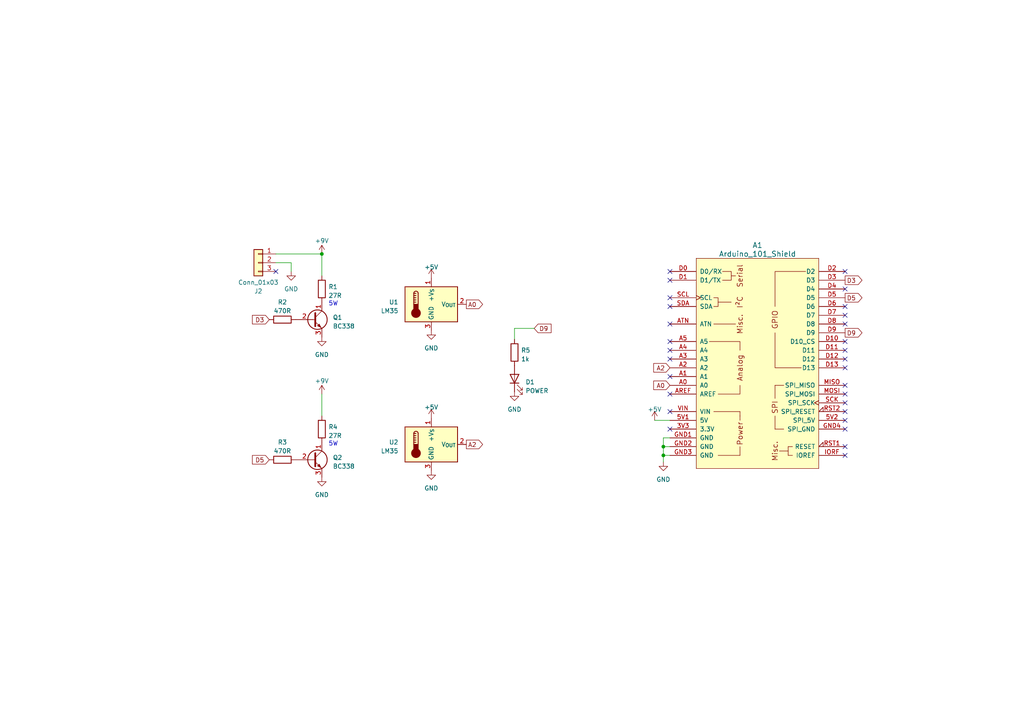
<source format=kicad_sch>
(kicad_sch (version 20230121) (generator eeschema)
  (paper "A4")
  (title_block (title "Temperature Control LAB - Alternative") (date "2023-09-11") (company "RTEK1000"))
  (lib_symbols
    (symbol "Arduino_Custom1:Arduino_101_Shield" (pin_names (offset 1.016))
      (property "Reference" "A" (at 0 36.83 0))
      (property "Value" "Arduino_101_Shield" (at 0 33.02 0))
      (symbol "Arduino_101_Shield_0_0"
        (rectangle (start -17.78 30.48) (end 17.78 -30.48) (fill (type background)))
        (rectangle (start -12.7 -13.97) (end -5.08 -13.97))
        (rectangle (start -11.43 -26.67) (end -5.08 -26.67))
        (polyline (pts (xy -11.43 17.78) (xy -7.62 17.78)))
        (polyline (pts (xy -7.62 25.4) (xy -6.35 25.4)))
        (polyline (pts (xy -6.35 11.43) (xy -12.7 11.43)))
        (polyline (pts (xy -5.08 -26.67) (xy -5.08 -24.13)))
        (polyline (pts (xy -5.08 -15.24) (xy -5.08 -16.51)))
        (polyline (pts (xy -5.08 -13.97) (xy -5.08 -15.24)))
        (polyline (pts (xy -5.08 -6.35) (xy -5.08 -8.89) (xy -11.43 -8.89)))
        (polyline (pts (xy -5.08 3.81) (xy -5.08 6.35) (xy -13.97 6.35)))
        (polyline (pts (xy 5.08 8.89) (xy 5.08 -1.27) (xy 12.7 -1.27)))
        (polyline (pts (xy 5.08 16.51) (xy 5.08 26.67) (xy 13.97 26.67)))
        (polyline (pts (xy -12.7 19.05) (xy -11.43 19.05) (xy -11.43 16.51) (xy -12.7 16.51)))
        (polyline (pts (xy -10.16 26.67) (xy -7.62 26.67) (xy -7.62 24.13) (xy -10.16 24.13)))
        (rectangle (start 5.08 -19.05) (end 5.08 -15.24))
        (rectangle (start 5.08 -19.05) (end 7.62 -19.05))
        (rectangle (start 5.08 -10.16) (end 5.08 -6.35))
        (rectangle (start 7.62 -6.35) (end 5.08 -6.35))
        (rectangle (start 8.89 -25.4) (end 6.35 -25.4))
        (rectangle (start 8.89 -24.13) (end 8.89 -26.67))
        (rectangle (start 10.16 -26.67) (end 8.89 -26.67))
        (rectangle (start 10.16 -24.13) (end 8.89 -24.13))
        (text "Analog" (at -5.08 -1.27 900) (effects (font (size 1.524 1.524))))
        (text "I²C" (at -5.08 17.78 900) (effects (font (size 1.524 1.524))))
        (text "Misc." (at -5.08 11.43 900) (effects (font (size 1.524 1.524))))
        (text "Misc." (at 5.08 -25.4 900) (effects (font (size 1.524 1.524))))
        (text "Power" (at -5.08 -20.32 900) (effects (font (size 1.524 1.524))))
        (text "Serial" (at -5.08 25.4 900) (effects (font (size 1.524 1.524))))
        (text "SPI" (at 5.08 -12.7 900) (effects (font (size 1.524 1.524))))
      )
      (symbol "Arduino_101_Shield_1_0"
        (text "GPIO" (at 5.08 12.7 900) (effects (font (size 1.524 1.524))))
      )
      (symbol "Arduino_101_Shield_1_1"
        (pin power_out line (at -25.4 -19.05 0) (length 7.62) (name "3.3V") (number "3V3"))
        (pin power_in line (at -25.4 -16.51 0) (length 7.62) (name "5V") (number "5V1"))
        (pin power_in line (at 25.4 -16.51 180) (length 7.62) (name "SPI_5V") (number "5V2"))
        (pin bidirectional line (at -25.4 -6.35 0) (length 7.62) (name "A0") (number "A0"))
        (pin bidirectional line (at -25.4 -3.81 0) (length 7.62) (name "A1") (number "A1"))
        (pin bidirectional line (at -25.4 -1.27 0) (length 7.62) (name "A2") (number "A2"))
        (pin bidirectional line (at -25.4 1.27 0) (length 7.62) (name "A3") (number "A3"))
        (pin bidirectional line (at -25.4 3.81 0) (length 7.62) (name "A4") (number "A4"))
        (pin bidirectional line (at -25.4 6.35 0) (length 7.62) (name "A5") (number "A5"))
        (pin input line (at -25.4 -8.89 0) (length 7.62) (name "AREF") (number "AREF"))
        (pin bidirectional line (at -25.4 11.43 0) (length 7.62) (name "ATN") (number "ATN"))
        (pin bidirectional line (at -25.4 26.67 0) (length 7.62) (name "D0/RX") (number "D0"))
        (pin bidirectional line (at -25.4 24.13 0) (length 7.62) (name "D1/TX") (number "D1"))
        (pin bidirectional line (at 25.4 6.35 180) (length 7.62) (name "D10_CS") (number "D10"))
        (pin bidirectional line (at 25.4 3.81 180) (length 7.62) (name "D11") (number "D11"))
        (pin bidirectional line (at 25.4 1.27 180) (length 7.62) (name "D12") (number "D12"))
        (pin bidirectional line (at 25.4 -1.27 180) (length 7.62) (name "D13") (number "D13"))
        (pin bidirectional line (at 25.4 26.67 180) (length 7.62) (name "D2") (number "D2"))
        (pin bidirectional line (at 25.4 24.13 180) (length 7.62) (name "D3") (number "D3"))
        (pin bidirectional line (at 25.4 21.59 180) (length 7.62) (name "D4") (number "D4"))
        (pin bidirectional line (at 25.4 19.05 180) (length 7.62) (name "D5") (number "D5"))
        (pin bidirectional line (at 25.4 16.51 180) (length 7.62) (name "D6") (number "D6"))
        (pin bidirectional line (at 25.4 13.97 180) (length 7.62) (name "D7") (number "D7"))
        (pin bidirectional line (at 25.4 11.43 180) (length 7.62) (name "D8") (number "D8"))
        (pin bidirectional line (at 25.4 8.89 180) (length 7.62) (name "D9") (number "D9"))
        (pin power_in line (at -25.4 -21.59 0) (length 7.62) (name "GND") (number "GND1"))
        (pin power_in line (at -25.4 -24.13 0) (length 7.62) (name "GND") (number "GND2"))
        (pin power_in line (at -25.4 -26.67 0) (length 7.62) (name "GND") (number "GND3"))
        (pin power_in line (at 25.4 -19.05 180) (length 7.62) (name "SPI_GND") (number "GND4"))
        (pin output line (at 25.4 -26.67 180) (length 7.62) (name "IOREF") (number "IORF"))
        (pin input line (at 25.4 -6.35 180) (length 7.62) (name "SPI_MISO") (number "MISO"))
        (pin output line (at 25.4 -8.89 180) (length 7.62) (name "SPI_MOSI") (number "MOSI"))
        (pin open_collector input_low (at 25.4 -24.13 180) (length 7.62) (name "RESET") (number "RST1"))
        (pin open_collector input_low (at 25.4 -13.97 180) (length 7.62) (name "SPI_RESET") (number "RST2"))
        (pin output clock (at 25.4 -11.43 180) (length 7.62) (name "SPI_SCK") (number "SCK"))
        (pin bidirectional clock (at -25.4 19.05 0) (length 7.62) (name "SCL") (number "SCL"))
        (pin bidirectional line (at -25.4 16.51 0) (length 7.62) (name "SDA") (number "SDA"))
        (pin power_in line (at -25.4 -13.97 0) (length 7.62) (name "VIN") (number "VIN"))
      )
    )
    (symbol "Connector_Generic:Conn_01x03" (pin_names (offset 1.016) hide)
      (property "Reference" "J" (at 0 5.08 0))
      (property "Value" "Conn_01x03" (at 0 -5.08 0))
      (symbol "Conn_01x03_1_1"
        (rectangle (start -1.27 -2.413) (end 0 -2.667) (stroke (width 0.1524)))
        (rectangle (start -1.27 0.127) (end 0 -0.127) (stroke (width 0.1524)))
        (rectangle (start -1.27 2.667) (end 0 2.413) (stroke (width 0.1524)))
        (rectangle (start -1.27 3.81) (end 1.27 -3.81) (stroke (width 0.254)) (fill (type background)))
        (pin passive line (at -5.08 2.54 0) (length 3.81) (name "Pin_1") (number "1"))
        (pin passive line (at -5.08 0 0) (length 3.81) (name "Pin_2") (number "2"))
        (pin passive line (at -5.08 -2.54 0) (length 3.81) (name "Pin_3") (number "3"))
      )
    )
    (symbol "Device:LED" (pin_numbers hide) (pin_names (offset 1.016) hide)
      (property "Reference" "D" (at 0 2.54 0))
      (property "Value" "LED" (at 0 -2.54 0))
      (symbol "LED_0_1"
        (polyline (pts (xy -1.27 -1.27) (xy -1.27 1.27)) (stroke (width 0.254)))
        (polyline (pts (xy -1.27 0) (xy 1.27 0)))
        (polyline (pts (xy 1.27 -1.27) (xy 1.27 1.27) (xy -1.27 0) (xy 1.27 -1.27)) (stroke (width 0.254)))
        (polyline (pts (xy -3.048 -0.762) (xy -4.572 -2.286) (xy -3.81 -2.286) (xy -4.572 -2.286) (xy -4.572 -1.524)))
        (polyline (pts (xy -1.778 -0.762) (xy -3.302 -2.286) (xy -2.54 -2.286) (xy -3.302 -2.286) (xy -3.302 -1.524)))
      )
      (symbol "LED_1_1"
        (pin passive line (at -3.81 0 0) (length 2.54) (name "K") (number "1"))
        (pin passive line (at 3.81 0 180) (length 2.54) (name "A") (number "2"))
      )
    )
    (symbol "Device:R" (pin_numbers hide) (pin_names (offset 0))
      (property "Reference" "R" (at 2.032 0 90))
      (property "Value" "R" (at 0 0 90))
      (symbol "R_0_1"
        (rectangle (start -1.016 -2.54) (end 1.016 2.54) (stroke (width 0.254)))
      )
      (symbol "R_1_1"
        (pin passive line (at 0 3.81 270) (length 1.27) (name "~") (number "1"))
        (pin passive line (at 0 -3.81 90) (length 1.27) (name "~") (number "2"))
      )
    )
    (symbol "Sensor_Temperature:LM35-LP"
      (property "Reference" "U" (at -6.35 6.35 0))
      (property "Value" "LM35-LP" (at 1.27 6.35 0))
      (symbol "LM35-LP_0_1"
        (rectangle (start -7.62 5.08) (end 7.62 -5.08) (stroke (width 0.254)) (fill (type background)))
        (circle (center -4.445 -2.54) (radius 1.27) (stroke (width 0.254)) (fill (type outline)))
        (rectangle (start -3.81 -1.905) (end -5.08 0) (stroke (width 0.254)) (fill (type outline)))
        (arc (start -3.81 3.175) (mid -4.445 3.8073) (end -5.08 3.175) (stroke (width 0.254)))
        (polyline (pts (xy -5.08 0.635) (xy -4.445 0.635)) (stroke (width 0.254)))
        (polyline (pts (xy -5.08 1.27) (xy -4.445 1.27)) (stroke (width 0.254)))
        (polyline (pts (xy -5.08 1.905) (xy -4.445 1.905)) (stroke (width 0.254)))
        (polyline (pts (xy -5.08 2.54) (xy -4.445 2.54)) (stroke (width 0.254)))
        (polyline (pts (xy -5.08 3.175) (xy -5.08 0)) (stroke (width 0.254)))
        (polyline (pts (xy -5.08 3.175) (xy -4.445 3.175)) (stroke (width 0.254)))
        (polyline (pts (xy -3.81 3.175) (xy -3.81 0)) (stroke (width 0.254)))
      )
      (symbol "LM35-LP_1_1"
        (pin power_in line (at 0 7.62 270) (length 2.54) (name "+V_{S}") (number "1"))
        (pin output line (at 10.16 0 180) (length 2.54) (name "V_{OUT}") (number "2"))
        (pin power_in line (at 0 -7.62 90) (length 2.54) (name "GND") (number "3"))
      )
    )
    (symbol "Transistor_BJT:BC338" (pin_names (offset 0) hide)
      (property "Reference" "Q" (at 5.08 1.905 0))
      (property "Value" "BC338" (at 5.08 0 0))
      (symbol "BC338_0_1"
        (polyline (pts (xy 0 0) (xy 0.635 0)))
        (polyline (pts (xy 0.635 0.635) (xy 2.54 2.54)))
        (polyline (pts (xy 0.635 -0.635) (xy 2.54 -2.54) (xy 2.54 -2.54)))
        (polyline (pts (xy 0.635 1.905) (xy 0.635 -1.905) (xy 0.635 -1.905)) (stroke (width 0.508)))
        (polyline (pts (xy 1.27 -1.778) (xy 1.778 -1.27) (xy 2.286 -2.286) (xy 1.27 -1.778) (xy 1.27 -1.778)) (fill (type outline)))
        (circle (center 1.27 0) (radius 2.8194) (stroke (width 0.254)))
      )
      (symbol "BC338_1_1"
        (pin passive line (at 2.54 5.08 270) (length 2.54) (name "C") (number "1"))
        (pin input line (at -5.08 0 0) (length 5.08) (name "B") (number "2"))
        (pin passive line (at 2.54 -5.08 90) (length 2.54) (name "E") (number "3"))
      )
    )
    (symbol "power:+5V" (power) (pin_names (offset 0))
      (property "Value" "+5V" (at 0 3.556 0))
      (symbol "+5V_0_1"
        (polyline (pts (xy -0.762 1.27) (xy 0 2.54)))
        (polyline (pts (xy 0 0) (xy 0 2.54)))
        (polyline (pts (xy 0 2.54) (xy 0.762 1.27)))
      )
      (symbol "+5V_1_1"
        (pin power_in line (at 0 0 90) (length 0) hide (name "+5V") (number "1"))
      )
    )
    (symbol "power:+9V" (power) (pin_names (offset 0))
      (property "Value" "+9V" (at 0 3.556 0))
      (symbol "+9V_0_1"
        (polyline (pts (xy -0.762 1.27) (xy 0 2.54)))
        (polyline (pts (xy 0 0) (xy 0 2.54)))
        (polyline (pts (xy 0 2.54) (xy 0.762 1.27)))
      )
      (symbol "+9V_1_1"
        (pin power_in line (at 0 0 90) (length 0) hide (name "+9V") (number "1"))
      )
    )
    (symbol "power:GND" (power) (pin_names (offset 0))
      (property "Value" "GND" (at 0 -3.81 0))
      (symbol "GND_0_1"
        (polyline (pts (xy 0 0) (xy 0 -1.27) (xy 1.27 -1.27) (xy 0 -2.54) (xy -1.27 -1.27) (xy 0 -1.27)))
      )
      (symbol "GND_1_1"
        (pin power_in line (at 0 0 270) (length 0) hide (name "GND") (number "1"))
      )
    )
  )
  (junction (at 93.345 73.66))
  (junction (at 192.405 129.54))
  (junction (at 192.405 132.08))
  (no_connect (at 245.11 129.54))
  (no_connect (at 245.11 111.76))
  (no_connect (at 245.11 99.06))
  (no_connect (at 245.11 93.98))
  (no_connect (at 194.31 88.9))
  (no_connect (at 194.31 81.28))
  (no_connect (at 194.31 124.46))
  (no_connect (at 194.31 104.14))
  (no_connect (at 245.11 132.08))
  (no_connect (at 245.11 114.3))
  (no_connect (at 194.31 99.06))
  (no_connect (at 194.31 93.98))
  (no_connect (at 245.11 91.44))
  (no_connect (at 245.11 106.68))
  (no_connect (at 194.31 109.22))
  (no_connect (at 245.11 116.84))
  (no_connect (at 245.11 119.38))
  (no_connect (at 245.11 88.9))
  (no_connect (at 80.01 78.74))
  (no_connect (at 245.11 104.14))
  (no_connect (at 194.31 101.6))
  (no_connect (at 245.11 78.74))
  (no_connect (at 194.31 114.3))
  (no_connect (at 194.31 119.38))
  (no_connect (at 245.11 124.46))
  (no_connect (at 194.31 78.74))
  (no_connect (at 245.11 101.6))
  (no_connect (at 245.11 121.92))
  (no_connect (at 245.11 83.82))
  (no_connect (at 194.31 86.36))
  (wire (pts (xy 192.405 132.08) (xy 194.31 132.08)))
  (wire (pts (xy 149.225 95.25) (xy 149.225 98.425)))
  (wire (pts (xy 192.405 133.985) (xy 192.405 132.08)))
  (wire (pts (xy 93.345 73.66) (xy 93.345 80.01)))
  (wire (pts (xy 192.405 132.08) (xy 192.405 129.54)))
  (wire (pts (xy 192.405 129.54) (xy 194.31 129.54)))
  (wire (pts (xy 80.01 73.66) (xy 93.345 73.66)))
  (wire (pts (xy 80.01 76.2) (xy 84.455 76.2)))
  (wire (pts (xy 189.865 121.92) (xy 194.31 121.92)))
  (wire (pts (xy 154.94 95.25) (xy 149.225 95.25)))
  (wire (pts (xy 93.345 114.3) (xy 93.345 120.65)))
  (wire (pts (xy 194.31 127) (xy 192.405 127)))
  (wire (pts (xy 192.405 127) (xy 192.405 129.54)))
  (wire (pts (xy 84.455 76.2) (xy 84.455 78.74)))
  (text "5W" (at 95.25 129.54 0) (effects (font (size 1.27 1.27)) (justify left bottom)))
  (text "5W" (at 95.25 88.9 0) (effects (font (size 1.27 1.27)) (justify left bottom)))
  (global_label "D3" (shape output) (at 245.11 81.28 0) (property "Intersheetrefs" "${INTERSHEET_REFS}" (effects hide)))
  (global_label "D9" (shape input) (at 154.94 95.25 0) (property "Intersheetrefs" "${INTERSHEET_REFS}" (effects hide)))
  (global_label "A2" (shape input) (at 194.31 106.68 180) (property "Intersheetrefs" "${INTERSHEET_REFS}" (effects hide)))
  (global_label "D3" (shape input) (at 78.105 92.71 180) (property "Intersheetrefs" "${INTERSHEET_REFS}" (effects hide)))
  (global_label "A0" (shape input) (at 194.31 111.76 180) (property "Intersheetrefs" "${INTERSHEET_REFS}" (effects hide)))
  (global_label "D9" (shape output) (at 245.11 96.52 0) (property "Intersheetrefs" "${INTERSHEET_REFS}" (effects hide)))
  (global_label "D5" (shape input) (at 78.105 133.35 180) (property "Intersheetrefs" "${INTERSHEET_REFS}" (effects hide)))
  (global_label "A2" (shape output) (at 135.255 128.905 0) (property "Intersheetrefs" "${INTERSHEET_REFS}" (effects hide)))
  (global_label "A0" (shape output) (at 135.255 88.265 0) (property "Intersheetrefs" "${INTERSHEET_REFS}" (effects hide)))
  (global_label "D5" (shape output) (at 245.11 86.36 0) (property "Intersheetrefs" "${INTERSHEET_REFS}" (effects hide)))
  (symbol (lib_id "power:GND") (at 84.455 78.74 0) (unit 1)
    (property "Reference" "#PWR04" (effects hide))
    (property "Value" "GND" (at 84.455 83.82 0))
  )
  (symbol (lib_id "Connector_Generic:Conn_01x03") (at 74.93 76.2 0) (mirror y) (unit 1)
    (property "Reference" "J2" (at 74.93 84.455 0))
    (property "Value" "Conn_01x03" (at 74.93 81.915 0))
    (property "Footprint" "Connector_BarrelJack:BarrelJack_Kycon_KLDX-0202-xC_Horizontal" (effects hide))
  )
  (symbol (lib_id "power:+9V") (at 93.345 114.3 0) (unit 1)
    (property "Reference" "#PWR010" (effects hide))
    (property "Value" "+9V" (at 93.345 110.49 0))
  )
  (symbol (lib_id "power:GND") (at 149.225 113.665 0) (unit 1)
    (property "Reference" "#PWR05" (effects hide))
    (property "Value" "GND" (at 149.225 118.745 0))
  )
  (symbol (lib_id "Transistor_BJT:BC338") (at 90.805 92.71 0) (unit 1)
    (property "Reference" "Q1" (at 96.52 92.075 0) (effects (justify left)))
    (property "Value" "BC338" (at 96.52 94.615 0) (effects (justify left)))
    (property "Footprint" "Package_TO_SOT_THT:TO-92_Inline" (effects hide))
    (property "Datasheet" "http://diotec.com/tl_files/diotec/files/pdf/datasheets/bc337" (effects hide))
  )
  (symbol (lib_id "Sensor_Temperature:LM35-LP") (at 125.095 88.265 0) (unit 1)
    (property "Reference" "U1" (at 115.57 87.63 0) (effects (justify right)))
    (property "Value" "LM35" (at 115.57 90.17 0) (effects (justify right)))
    (property "Footprint" "Package_TO_SOT_THT:TO-92_Inline" (effects hide))
    (property "Datasheet" "http://www.ti.com/lit/ds/symlink/lm35.pdf" (effects hide))
  )
  (symbol (lib_id "power:GND") (at 125.095 95.885 0) (unit 1)
    (property "Reference" "#PWR02" (effects hide))
    (property "Value" "GND" (at 125.095 100.965 0))
  )
  (symbol (lib_id "power:+9V") (at 93.345 73.66 0) (unit 1)
    (property "Reference" "#PWR09" (effects hide))
    (property "Value" "+9V" (at 93.345 69.85 0))
  )
  (symbol (lib_id "power:+5V") (at 189.865 121.92 0) (unit 1)
    (property "Reference" "#PWR012" (effects hide))
    (property "Value" "+5V" (at 189.865 118.745 0))
  )
  (symbol (lib_id "Device:R") (at 93.345 83.82 0) (unit 1)
    (property "Reference" "R1" (at 95.25 83.185 0) (effects (justify left)))
    (property "Value" "27R" (at 95.25 85.725 0) (effects (justify left)))
    (property "Footprint" "Resistor_THT:R_Axial_DIN0516_L15.5mm_D5.0mm_P20.32mm_Horizontal" (effects hide))
  )
  (symbol (lib_id "power:GND") (at 125.095 136.525 0) (unit 1)
    (property "Reference" "#PWR08" (effects hide))
    (property "Value" "GND" (at 125.095 141.605 0))
  )
  (symbol (lib_id "power:+5V") (at 125.095 121.285 0) (unit 1)
    (property "Reference" "#PWR07" (effects hide))
    (property "Value" "+5V" (at 125.095 118.11 0))
  )
  (symbol (lib_id "power:GND") (at 93.345 138.43 0) (unit 1)
    (property "Reference" "#PWR06" (effects hide))
    (property "Value" "GND" (at 93.345 143.51 0))
  )
  (symbol (lib_id "power:GND") (at 192.405 133.985 0) (unit 1)
    (property "Reference" "#PWR011" (effects hide))
    (property "Value" "GND" (at 192.405 139.065 0))
  )
  (symbol (lib_id "power:+5V") (at 125.095 80.645 0) (unit 1)
    (property "Reference" "#PWR03" (effects hide))
    (property "Value" "+5V" (at 125.095 77.47 0))
  )
  (symbol (lib_id "Arduino_Custom1:Arduino_101_Shield") (at 219.71 105.41 0) (unit 1)
    (property "Reference" "A1" (at 219.71 71.12 0) (effects (font (size 1.524 1.524))))
    (property "Value" "Arduino_101_Shield" (at 219.71 73.66 0) (effects (font (size 1.524 1.524))))
    (property "Footprint" "Arduino_Shield:Arduino_101_Shield_Clean" (effects hide))
    (property "Datasheet" "https://docs.arduino.cc/retired/boards/arduino-101-619" (effects hide))
  )
  (symbol (lib_id "Device:R") (at 93.345 124.46 0) (unit 1)
    (property "Reference" "R4" (at 95.25 123.825 0) (effects (justify left)))
    (property "Value" "27R" (at 95.25 126.365 0) (effects (justify left)))
    (property "Footprint" "Resistor_THT:R_Axial_DIN0516_L15.5mm_D5.0mm_P20.32mm_Horizontal" (effects hide))
  )
  (symbol (lib_id "Device:LED") (at 149.225 109.855 90) (unit 1)
    (property "Reference" "D1" (at 152.4 110.8075 90) (effects (justify right)))
    (property "Value" "POWER" (at 152.4 113.3475 90) (effects (justify right)))
    (property "Footprint" "LED_THT:LED_D3.0mm" (effects hide))
  )
  (symbol (lib_id "power:GND") (at 93.345 97.79 0) (unit 1)
    (property "Reference" "#PWR01" (effects hide))
    (property "Value" "GND" (at 93.345 102.87 0))
  )
  (symbol (lib_id "Device:R") (at 81.915 133.35 90) (unit 1)
    (property "Reference" "R3" (at 81.915 128.27 90))
    (property "Value" "470R" (at 81.915 130.81 90))
    (property "Footprint" "Resistor_THT:R_Axial_DIN0204_L3.6mm_D1.6mm_P7.62mm_Horizontal" (effects hide))
  )
  (symbol (lib_id "Device:R") (at 149.225 102.235 0) (unit 1)
    (property "Reference" "R5" (at 151.13 101.6 0) (effects (justify left)))
    (property "Value" "1k" (at 151.13 104.14 0) (effects (justify left)))
    (property "Footprint" "Resistor_THT:R_Axial_DIN0204_L3.6mm_D1.6mm_P7.62mm_Horizontal" (effects hide))
  )
  (symbol (lib_id "Transistor_BJT:BC338") (at 90.805 133.35 0) (unit 1)
    (property "Reference" "Q2" (at 96.52 132.715 0) (effects (justify left)))
    (property "Value" "BC338" (at 96.52 135.255 0) (effects (justify left)))
    (property "Footprint" "Package_TO_SOT_THT:TO-92_Inline" (effects hide))
    (property "Datasheet" "http://diotec.com/tl_files/diotec/files/pdf/datasheets/bc337" (effects hide))
  )
  (symbol (lib_id "Device:R") (at 81.915 92.71 90) (unit 1)
    (property "Reference" "R2" (at 81.915 87.63 90))
    (property "Value" "470R" (at 81.915 90.17 90))
    (property "Footprint" "Resistor_THT:R_Axial_DIN0204_L3.6mm_D1.6mm_P7.62mm_Horizontal" (effects hide))
  )
  (symbol (lib_id "Sensor_Temperature:LM35-LP") (at 125.095 128.905 0) (unit 1)
    (property "Reference" "U2" (at 115.57 128.27 0) (effects (justify right)))
    (property "Value" "LM35" (at 115.57 130.81 0) (effects (justify right)))
    (property "Footprint" "Package_TO_SOT_THT:TO-92_Inline" (effects hide))
    (property "Datasheet" "http://www.ti.com/lit/ds/symlink/lm35.pdf" (effects hide))
  )
)
</source>
